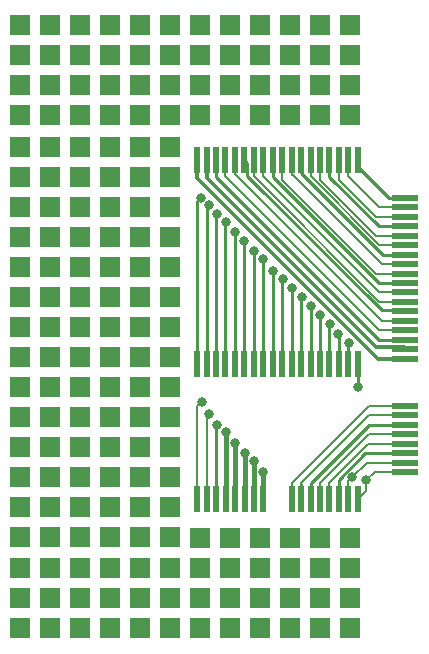
<source format=gtl>
%TF.GenerationSoftware,KiCad,Pcbnew,8.0.4*%
%TF.CreationDate,2025-01-31T11:06:39+01:00*%
%TF.ProjectId,uconsole-expansion-card-template.kicad_pcb_2.54,75636f6e-736f-46c6-952d-657870616e73,0.1*%
%TF.SameCoordinates,Original*%
%TF.FileFunction,Copper,L1,Top*%
%TF.FilePolarity,Positive*%
%FSLAX46Y46*%
G04 Gerber Fmt 4.6, Leading zero omitted, Abs format (unit mm)*
G04 Created by KiCad (PCBNEW 8.0.4) date 2025-01-31 11:06:39*
%MOMM*%
%LPD*%
G01*
G04 APERTURE LIST*
%TA.AperFunction,ComponentPad*%
%ADD10R,1.700000X1.700000*%
%TD*%
%TA.AperFunction,ConnectorPad*%
%ADD11R,0.600000X2.300000*%
%TD*%
%TA.AperFunction,ConnectorPad*%
%ADD12R,2.300000X0.600000*%
%TD*%
%TA.AperFunction,ViaPad*%
%ADD13C,0.800000*%
%TD*%
%TA.AperFunction,Conductor*%
%ADD14C,0.200000*%
%TD*%
%TA.AperFunction,Conductor*%
%ADD15C,0.420000*%
%TD*%
%TA.AperFunction,Conductor*%
%ADD16C,0.250000*%
%TD*%
%TA.AperFunction,Conductor*%
%ADD17C,0.300000*%
%TD*%
G04 APERTURE END LIST*
D10*
%TO.P,111,1*%
%TO.N,N/C*%
X94031000Y-125019000D03*
%TD*%
%TO.P,63,1*%
%TO.N,N/C*%
X91491000Y-109652000D03*
%TD*%
%TO.P,83,1*%
%TO.N,N/C*%
X96571000Y-117272000D03*
%TD*%
D11*
%TO.P,,21,GND*%
%TO.N,GND*%
X100446000Y-85395000D03*
%TD*%
%TO.P,,41,CAM1_DP1*%
%TO.N,/CAM1_DP1*%
X108446000Y-85395000D03*
%TD*%
D10*
%TO.P,117,1*%
%TO.N,N/C*%
X109271000Y-125019000D03*
%TD*%
D11*
%TO.P,,27,GND*%
%TO.N,GND*%
X102846000Y-85395000D03*
%TD*%
D10*
%TO.P,119,1*%
%TO.N,N/C*%
X83871000Y-81585000D03*
%TD*%
%TO.P,85,1*%
%TO.N,N/C*%
X88951000Y-73965000D03*
%TD*%
D11*
%TO.P,,47,CAM1_DP0*%
%TO.N,/CAM1_DP0*%
X110846000Y-85395000D03*
%TD*%
D10*
%TO.P,70,1*%
%TO.N,N/C*%
X94031000Y-112192000D03*
%TD*%
%TO.P,101,1*%
%TO.N,N/C*%
X99111000Y-76505000D03*
%TD*%
%TO.P,25,1*%
%TO.N,N/C*%
X86411000Y-94412000D03*
%TD*%
%TO.P,74,1*%
%TO.N,N/C*%
X88951000Y-114732000D03*
%TD*%
%TO.P,29,1*%
%TO.N,N/C*%
X96571000Y-94412000D03*
%TD*%
%TO.P,96,1*%
%TO.N,N/C*%
X86411000Y-122479000D03*
%TD*%
%TO.P,116,1*%
%TO.N,N/C*%
X106731000Y-125019000D03*
%TD*%
%TO.P,101,1*%
%TO.N,N/C*%
X99111000Y-122479000D03*
%TD*%
%TO.P,69,1*%
%TO.N,N/C*%
X91491000Y-112192000D03*
%TD*%
%TO.P,81,1*%
%TO.N,N/C*%
X91491000Y-117272000D03*
%TD*%
%TO.P,91,1*%
%TO.N,N/C*%
X104191000Y-119939000D03*
%TD*%
%TO.P,111,1*%
%TO.N,N/C*%
X94031000Y-79045000D03*
%TD*%
%TO.P,93,1*%
%TO.N,N/C*%
X109271000Y-73965000D03*
%TD*%
%TO.P,39,1*%
%TO.N,N/C*%
X91491000Y-99492000D03*
%TD*%
%TO.P,3,1*%
%TO.N,N/C*%
X91491000Y-84252000D03*
%TD*%
%TO.P,23,1*%
%TO.N,N/C*%
X96571000Y-91872000D03*
%TD*%
%TO.P,122,1*%
%TO.N,N/C*%
X106731000Y-117399000D03*
%TD*%
%TO.P,95,1*%
%TO.N,N/C*%
X83871000Y-122479000D03*
%TD*%
%TO.P,5,1*%
%TO.N,N/C*%
X83871000Y-73965000D03*
%TD*%
%TO.P,114,1*%
%TO.N,N/C*%
X101651000Y-125019000D03*
%TD*%
%TO.P,13,1*%
%TO.N,N/C*%
X86411000Y-89332000D03*
%TD*%
%TO.P,100,1*%
%TO.N,N/C*%
X96571000Y-122479000D03*
%TD*%
D11*
%TO.P,,7,USB3_DP*%
%TO.N,/USB3_D+*%
X110033000Y-114097000D03*
%TD*%
D10*
%TO.P,30,1*%
%TO.N,N/C*%
X83871000Y-96952000D03*
%TD*%
D11*
%TO.P,,15,USB4_DM*%
%TO.N,/USB4_D-*%
X106846000Y-114097000D03*
%TD*%
%TO.P,,45,GND*%
%TO.N,GND*%
X110046000Y-85395000D03*
%TD*%
D10*
%TO.P,20,1*%
%TO.N,N/C*%
X88951000Y-91872000D03*
%TD*%
D11*
%TO.P,,25,CAM1_DN3*%
%TO.N,/CAM1_DN3*%
X102032000Y-85395000D03*
%TD*%
D10*
%TO.P,52,1*%
%TO.N,N/C*%
X94031000Y-104572000D03*
%TD*%
%TO.P,108,1*%
%TO.N,N/C*%
X86411000Y-125019000D03*
%TD*%
%TO.P,128,1*%
%TO.N,N/C*%
X106731000Y-81585000D03*
%TD*%
D11*
%TO.P,,11,GND*%
%TO.N,GND*%
X108446000Y-114097000D03*
%TD*%
D10*
%TO.P,109,1*%
%TO.N,N/C*%
X88951000Y-125019000D03*
%TD*%
%TO.P,68,1*%
%TO.N,N/C*%
X88951000Y-112192000D03*
%TD*%
%TO.P,113,1*%
%TO.N,N/C*%
X99111000Y-79045000D03*
%TD*%
%TO.P,36,1*%
%TO.N,N/C*%
X83871000Y-99492000D03*
%TD*%
%TO.P,11,1*%
%TO.N,N/C*%
X96571000Y-86792000D03*
%TD*%
D11*
%TO.P,,33,GND*%
%TO.N,GND*%
X105246000Y-85395000D03*
%TD*%
D10*
%TO.P,112,1*%
%TO.N,N/C*%
X96571000Y-79045000D03*
%TD*%
%TO.P,99,1*%
%TO.N,N/C*%
X94031000Y-122479000D03*
%TD*%
%TO.P,86,1*%
%TO.N,N/C*%
X91491000Y-119939000D03*
%TD*%
%TO.P,79,1*%
%TO.N,N/C*%
X86411000Y-117272000D03*
%TD*%
%TO.P,82,1*%
%TO.N,N/C*%
X94031000Y-117272000D03*
%TD*%
%TO.P,107,1*%
%TO.N,N/C*%
X83871000Y-125019000D03*
%TD*%
%TO.P,,1*%
%TO.N,N/C*%
X83871000Y-84252000D03*
%TD*%
%TO.P,28,1*%
%TO.N,N/C*%
X94031000Y-94412000D03*
%TD*%
%TO.P,99,1*%
%TO.N,N/C*%
X94031000Y-76505000D03*
%TD*%
D11*
%TO.P,,1,SPK_LP*%
%TO.N,/SPEAKER_LP*%
X112446000Y-114097000D03*
%TD*%
D10*
%TO.P,112,1*%
%TO.N,N/C*%
X96571000Y-125019000D03*
%TD*%
%TO.P,87,1*%
%TO.N,N/C*%
X94031000Y-73965000D03*
%TD*%
%TO.P,98,1*%
%TO.N,N/C*%
X91491000Y-76505000D03*
%TD*%
%TO.P,110,1*%
%TO.N,N/C*%
X91491000Y-125019000D03*
%TD*%
%TO.P,118,1*%
%TO.N,N/C*%
X111811000Y-125019000D03*
%TD*%
%TO.P,54,1*%
%TO.N,N/C*%
X83871000Y-107112000D03*
%TD*%
%TO.P,55,1*%
%TO.N,N/C*%
X86411000Y-107112000D03*
%TD*%
%TO.P,109,1*%
%TO.N,N/C*%
X88951000Y-79045000D03*
%TD*%
%TO.P,58,1*%
%TO.N,N/C*%
X94031000Y-107112000D03*
%TD*%
%TO.P,87,1*%
%TO.N,N/C*%
X94031000Y-119939000D03*
%TD*%
%TO.P,76,1*%
%TO.N,N/C*%
X94031000Y-114732000D03*
%TD*%
%TO.P,21,1*%
%TO.N,N/C*%
X91491000Y-91872000D03*
%TD*%
%TO.P,65,1*%
%TO.N,N/C*%
X96571000Y-109652000D03*
%TD*%
%TO.P,78,1*%
%TO.N,N/C*%
X83871000Y-117272000D03*
%TD*%
%TO.P,115,1*%
%TO.N,N/C*%
X104191000Y-125019000D03*
%TD*%
%TO.P,35,1*%
%TO.N,N/C*%
X96571000Y-96952000D03*
%TD*%
D11*
%TO.P,,29,CAM1_DP2*%
%TO.N,/CAM1_DP2*%
X103646000Y-85395000D03*
%TD*%
D10*
%TO.P,90,1*%
%TO.N,N/C*%
X101651000Y-73965000D03*
%TD*%
%TO.P,26,1*%
%TO.N,N/C*%
X88951000Y-94412000D03*
%TD*%
%TO.P,43,1*%
%TO.N,N/C*%
X86411000Y-102032000D03*
%TD*%
%TO.P,71,1*%
%TO.N,N/C*%
X96571000Y-112192000D03*
%TD*%
%TO.P,124,1*%
%TO.N,N/C*%
X111811000Y-117399000D03*
%TD*%
D11*
%TO.P,,35,CAM1_CP*%
%TO.N,/CAM1_CP*%
X106046000Y-85395000D03*
%TD*%
D10*
%TO.P,93,1*%
%TO.N,N/C*%
X109271000Y-119939000D03*
%TD*%
%TO.P,44,1*%
%TO.N,N/C*%
X88951000Y-102032000D03*
%TD*%
%TO.P,120,1*%
%TO.N,N/C*%
X101651000Y-117399000D03*
%TD*%
%TO.P,80,1*%
%TO.N,N/C*%
X88951000Y-117272000D03*
%TD*%
%TO.P,84,1*%
%TO.N,N/C*%
X86411000Y-73965000D03*
%TD*%
%TO.P,94,1*%
%TO.N,N/C*%
X111811000Y-73965000D03*
%TD*%
D11*
%TO.P,,9,USB3_DM*%
%TO.N,/USB3_D-*%
X109246000Y-114097000D03*
%TD*%
D10*
%TO.P,96,1*%
%TO.N,N/C*%
X86411000Y-76505000D03*
%TD*%
%TO.P,119,1*%
%TO.N,N/C*%
X99111000Y-117399000D03*
%TD*%
%TO.P,57,1*%
%TO.N,N/C*%
X91491000Y-107112000D03*
%TD*%
%TO.P,14,1*%
%TO.N,N/C*%
X88951000Y-89332000D03*
%TD*%
%TO.P,97,1*%
%TO.N,N/C*%
X88951000Y-76505000D03*
%TD*%
%TO.P,97,1*%
%TO.N,N/C*%
X88951000Y-122479000D03*
%TD*%
%TO.P,84,1*%
%TO.N,N/C*%
X86411000Y-119939000D03*
%TD*%
%TO.P,94,1*%
%TO.N,N/C*%
X111811000Y-119939000D03*
%TD*%
%TO.P,108,1*%
%TO.N,N/C*%
X86411000Y-79045000D03*
%TD*%
%TO.P,53,1*%
%TO.N,N/C*%
X96571000Y-104572000D03*
%TD*%
%TO.P,59,1*%
%TO.N,N/C*%
X96571000Y-107112000D03*
%TD*%
%TO.P,12,1*%
%TO.N,N/C*%
X83871000Y-89332000D03*
%TD*%
%TO.P,1,1*%
%TO.N,N/C*%
X86411000Y-84252000D03*
%TD*%
%TO.P,115,1*%
%TO.N,N/C*%
X104191000Y-79045000D03*
%TD*%
%TO.P,17,1*%
%TO.N,N/C*%
X96571000Y-89332000D03*
%TD*%
%TO.P,127,1*%
%TO.N,N/C*%
X104191000Y-81585000D03*
%TD*%
%TO.P,50,1*%
%TO.N,N/C*%
X88951000Y-104572000D03*
%TD*%
%TO.P,60,1*%
%TO.N,N/C*%
X83871000Y-109652000D03*
%TD*%
%TO.P,9,1*%
%TO.N,N/C*%
X91491000Y-86792000D03*
%TD*%
D11*
%TO.P,,49,CAM1_DN0*%
%TO.N,/CAM1_DN0*%
X111646000Y-85395000D03*
%TD*%
D10*
%TO.P,125,1*%
%TO.N,N/C*%
X99111000Y-81585000D03*
%TD*%
D11*
%TO.P,,13,USB4_DP*%
%TO.N,/USB4_D+*%
X107646000Y-114097000D03*
%TD*%
D10*
%TO.P,31,1*%
%TO.N,N/C*%
X86411000Y-96952000D03*
%TD*%
%TO.P,16,1*%
%TO.N,N/C*%
X94031000Y-89332000D03*
%TD*%
%TO.P,110,1*%
%TO.N,N/C*%
X91491000Y-79045000D03*
%TD*%
%TO.P,121,1*%
%TO.N,N/C*%
X104191000Y-117399000D03*
%TD*%
D11*
%TO.P,,17,3V3*%
%TO.N,+3V3*%
X98846000Y-85395000D03*
%TD*%
D10*
%TO.P,15,1*%
%TO.N,N/C*%
X91491000Y-89332000D03*
%TD*%
%TO.P,103,1*%
%TO.N,N/C*%
X104191000Y-76505000D03*
%TD*%
%TO.P,77,1*%
%TO.N,N/C*%
X96571000Y-114732000D03*
%TD*%
D11*
%TO.P,,5,GND*%
%TO.N,GND*%
X110846000Y-114097000D03*
%TD*%
%TO.P,,51,GND*%
%TO.N,GND*%
X112446000Y-85395000D03*
%TD*%
D10*
%TO.P,5,1*%
%TO.N,N/C*%
X83871000Y-119939000D03*
%TD*%
D11*
%TO.P,,43,CAM1_DN1*%
%TO.N,/CAM1_DN1*%
X109246000Y-85395000D03*
%TD*%
%TO.P,,39,GND*%
%TO.N,GND*%
X107646000Y-85395000D03*
%TD*%
D10*
%TO.P,41,1*%
%TO.N,N/C*%
X96571000Y-99492000D03*
%TD*%
%TO.P,105,1*%
%TO.N,N/C*%
X109271000Y-122479000D03*
%TD*%
%TO.P,120,1*%
%TO.N,N/C*%
X86411000Y-81585000D03*
%TD*%
%TO.P,61,1*%
%TO.N,N/C*%
X86411000Y-109652000D03*
%TD*%
%TO.P,104,1*%
%TO.N,N/C*%
X106731000Y-122479000D03*
%TD*%
%TO.P,89,1*%
%TO.N,N/C*%
X99111000Y-73965000D03*
%TD*%
%TO.P,7,1*%
%TO.N,N/C*%
X86411000Y-86792000D03*
%TD*%
%TO.P,113,1*%
%TO.N,N/C*%
X99111000Y-125019000D03*
%TD*%
D12*
%TO.P,U1,1,SPK_LP*%
%TO.N,/SPEAKER_LP*%
X116485000Y-111780000D03*
%TO.P,U1,3,SPK_LN*%
%TO.N,/SPEAKER_LN*%
X116485000Y-110980000D03*
%TO.P,U1,5,GND*%
%TO.N,GND*%
X116485000Y-110180000D03*
%TO.P,U1,7,USB3_DP*%
%TO.N,/USB3_D+*%
X116485000Y-109380000D03*
%TO.P,U1,9,USB3_DM*%
%TO.N,/USB3_D-*%
X116485000Y-108580000D03*
%TO.P,U1,11,GND*%
%TO.N,GND*%
X116485000Y-107780000D03*
%TO.P,U1,13,USB4_DP*%
%TO.N,/USB4_D+*%
X116485000Y-106980000D03*
%TO.P,U1,15,USB4_DM*%
%TO.N,/USB4_D-*%
X116485000Y-106180000D03*
%TO.P,U1,17,3V3*%
%TO.N,+3V3*%
X116485000Y-102180000D03*
%TO.P,U1,19,3V3*%
X116485000Y-101380000D03*
%TO.P,U1,21,GND*%
%TO.N,GND*%
X116485000Y-100580000D03*
%TO.P,U1,23,CAM1_DP3*%
%TO.N,/CAM1_DP3*%
X116485000Y-99780000D03*
%TO.P,U1,25,CAM1_DN3*%
%TO.N,/CAM1_DN3*%
X116485000Y-98980000D03*
%TO.P,U1,27,GND*%
%TO.N,GND*%
X116485000Y-98180000D03*
%TO.P,U1,29,CAM1_DP2*%
%TO.N,/CAM1_DP2*%
X116485000Y-97380000D03*
%TO.P,U1,31,CAM1_DN2*%
%TO.N,/CAM1_DN2*%
X116485000Y-96580000D03*
%TO.P,U1,33,GND*%
%TO.N,GND*%
X116485000Y-95780000D03*
%TO.P,U1,35,CAM1_CP*%
%TO.N,/CAM1_CP*%
X116485000Y-94980000D03*
%TO.P,U1,37,CAM1_CN*%
%TO.N,/CAM1_CN*%
X116485000Y-94180000D03*
%TO.P,U1,39,GND*%
%TO.N,GND*%
X116485000Y-93380000D03*
%TO.P,U1,41,CAM1_DP1*%
%TO.N,/CAM1_DP1*%
X116485000Y-92580000D03*
%TO.P,U1,43,CAM1_DN1*%
%TO.N,/CAM1_DN1*%
X116485000Y-91780000D03*
%TO.P,U1,45,GND*%
%TO.N,GND*%
X116485000Y-90980000D03*
%TO.P,U1,47,CAM1_DP0*%
%TO.N,/CAM1_DP0*%
X116485000Y-90180000D03*
%TO.P,U1,49,CAM1_DN0*%
%TO.N,/CAM1_DN0*%
X116485000Y-89380000D03*
%TO.P,U1,51,GND*%
%TO.N,GND*%
X116485000Y-88580000D03*
%TD*%
D10*
%TO.P,85,1*%
%TO.N,N/C*%
X88951000Y-119939000D03*
%TD*%
%TO.P,103,1*%
%TO.N,N/C*%
X104191000Y-122479000D03*
%TD*%
%TO.P,34,1*%
%TO.N,N/C*%
X94031000Y-96952000D03*
%TD*%
%TO.P,104,1*%
%TO.N,N/C*%
X106731000Y-76505000D03*
%TD*%
%TO.P,124,1*%
%TO.N,N/C*%
X96571000Y-81585000D03*
%TD*%
%TO.P,49,1*%
%TO.N,N/C*%
X86411000Y-104572000D03*
%TD*%
D11*
%TO.P,,31,CAM1_DN2*%
%TO.N,/CAM1_DN2*%
X104446000Y-85395000D03*
%TD*%
D10*
%TO.P,106,1*%
%TO.N,N/C*%
X111811000Y-76505000D03*
%TD*%
%TO.P,88,1*%
%TO.N,N/C*%
X96571000Y-73965000D03*
%TD*%
%TO.P,32,1*%
%TO.N,N/C*%
X88951000Y-96952000D03*
%TD*%
%TO.P,46,1*%
%TO.N,N/C*%
X94031000Y-102032000D03*
%TD*%
%TO.P,105,1*%
%TO.N,N/C*%
X109271000Y-76505000D03*
%TD*%
%TO.P,130,1*%
%TO.N,N/C*%
X111811000Y-81585000D03*
%TD*%
%TO.P,118,1*%
%TO.N,N/C*%
X111811000Y-79045000D03*
%TD*%
%TO.P,22,1*%
%TO.N,N/C*%
X94031000Y-91872000D03*
%TD*%
%TO.P,107,1*%
%TO.N,N/C*%
X83871000Y-79045000D03*
%TD*%
%TO.P,66,1*%
%TO.N,N/C*%
X83871000Y-112192000D03*
%TD*%
%TO.P,4,1*%
%TO.N,N/C*%
X94031000Y-84252000D03*
%TD*%
%TO.P,27,1*%
%TO.N,N/C*%
X91491000Y-94412000D03*
%TD*%
%TO.P,37,1*%
%TO.N,N/C*%
X86411000Y-99492000D03*
%TD*%
%TO.P,88,1*%
%TO.N,N/C*%
X96571000Y-119939000D03*
%TD*%
%TO.P,122,1*%
%TO.N,N/C*%
X91491000Y-81585000D03*
%TD*%
%TO.P,91,1*%
%TO.N,N/C*%
X104191000Y-73965000D03*
%TD*%
%TO.P,42,1*%
%TO.N,N/C*%
X83871000Y-102032000D03*
%TD*%
%TO.P,126,1*%
%TO.N,N/C*%
X101651000Y-81585000D03*
%TD*%
%TO.P,95,1*%
%TO.N,N/C*%
X83871000Y-76505000D03*
%TD*%
%TO.P,106,1*%
%TO.N,N/C*%
X111811000Y-122479000D03*
%TD*%
D11*
%TO.P,,3,SPK_LN*%
%TO.N,/SPEAKER_LN*%
X111646000Y-114097000D03*
%TD*%
D10*
%TO.P,47,1*%
%TO.N,N/C*%
X96571000Y-102032000D03*
%TD*%
%TO.P,38,1*%
%TO.N,N/C*%
X88951000Y-99492000D03*
%TD*%
%TO.P,90,1*%
%TO.N,N/C*%
X101651000Y-119939000D03*
%TD*%
%TO.P,67,1*%
%TO.N,N/C*%
X86411000Y-112192000D03*
%TD*%
%TO.P,48,1*%
%TO.N,N/C*%
X83871000Y-104572000D03*
%TD*%
%TO.P,86,1*%
%TO.N,N/C*%
X91491000Y-73965000D03*
%TD*%
%TO.P,10,1*%
%TO.N,N/C*%
X94031000Y-86792000D03*
%TD*%
%TO.P,5,1*%
%TO.N,N/C*%
X96571000Y-84252000D03*
%TD*%
%TO.P,33,1*%
%TO.N,N/C*%
X91491000Y-96952000D03*
%TD*%
%TO.P,92,1*%
%TO.N,N/C*%
X106731000Y-73965000D03*
%TD*%
%TO.P,18,1*%
%TO.N,N/C*%
X83871000Y-91872000D03*
%TD*%
%TO.P,24,1*%
%TO.N,N/C*%
X83871000Y-94412000D03*
%TD*%
%TO.P,123,1*%
%TO.N,N/C*%
X94031000Y-81585000D03*
%TD*%
%TO.P,98,1*%
%TO.N,N/C*%
X91491000Y-122479000D03*
%TD*%
%TO.P,56,1*%
%TO.N,N/C*%
X88951000Y-107112000D03*
%TD*%
%TO.P,117,1*%
%TO.N,N/C*%
X109271000Y-79045000D03*
%TD*%
%TO.P,19,1*%
%TO.N,N/C*%
X86411000Y-91872000D03*
%TD*%
D11*
%TO.P,,23,CAM1_DP3*%
%TO.N,/CAM1_DP3*%
X101246000Y-85395000D03*
%TD*%
D10*
%TO.P,8,1*%
%TO.N,N/C*%
X88951000Y-86792000D03*
%TD*%
D11*
%TO.P,,19,3V3*%
%TO.N,+3V3*%
X99646000Y-85395000D03*
%TD*%
D10*
%TO.P,100,1*%
%TO.N,N/C*%
X96571000Y-76505000D03*
%TD*%
%TO.P,72,1*%
%TO.N,N/C*%
X83871000Y-114732000D03*
%TD*%
D11*
%TO.P,,37,CAM1_CN*%
%TO.N,/CAM1_CN*%
X106846000Y-85395000D03*
%TD*%
D10*
%TO.P,92,1*%
%TO.N,N/C*%
X106731000Y-119939000D03*
%TD*%
%TO.P,114,1*%
%TO.N,N/C*%
X101651000Y-79045000D03*
%TD*%
%TO.P,45,1*%
%TO.N,N/C*%
X91491000Y-102032000D03*
%TD*%
%TO.P,129,1*%
%TO.N,N/C*%
X109271000Y-81585000D03*
%TD*%
%TO.P,102,1*%
%TO.N,N/C*%
X101651000Y-122479000D03*
%TD*%
%TO.P,51,1*%
%TO.N,N/C*%
X91491000Y-104572000D03*
%TD*%
%TO.P,116,1*%
%TO.N,N/C*%
X106731000Y-79045000D03*
%TD*%
%TO.P,102,1*%
%TO.N,N/C*%
X101651000Y-76505000D03*
%TD*%
%TO.P,6,1*%
%TO.N,N/C*%
X83871000Y-86792000D03*
%TD*%
%TO.P,40,1*%
%TO.N,N/C*%
X94031000Y-99492000D03*
%TD*%
%TO.P,89,1*%
%TO.N,N/C*%
X99111000Y-119939000D03*
%TD*%
%TO.P,75,1*%
%TO.N,N/C*%
X91491000Y-114732000D03*
%TD*%
%TO.P,123,1*%
%TO.N,N/C*%
X109271000Y-117399000D03*
%TD*%
%TO.P,121,1*%
%TO.N,N/C*%
X88951000Y-81585000D03*
%TD*%
%TO.P,62,1*%
%TO.N,N/C*%
X88951000Y-109652000D03*
%TD*%
%TO.P,2,1*%
%TO.N,N/C*%
X88951000Y-84252000D03*
%TD*%
%TO.P,73,1*%
%TO.N,N/C*%
X86411000Y-114732000D03*
%TD*%
%TO.P,64,1*%
%TO.N,N/C*%
X94031000Y-109652000D03*
%TD*%
D11*
%TO.P,,50,GPIO44*%
%TO.N,/GPIO44*%
X99646000Y-102667000D03*
%TD*%
%TO.P,,48,GPIO43*%
%TO.N,/GPIO43*%
X100446000Y-102667000D03*
%TD*%
%TO.P,,28,GPIO33*%
%TO.N,/GPIO33*%
X108446000Y-102667000D03*
%TD*%
%TO.P,,24,GPIO31*%
%TO.N,/GPIO31*%
X110046000Y-102667000D03*
%TD*%
%TO.P,,38,GPIO38*%
%TO.N,/GPIO38*%
X104446000Y-102667000D03*
%TD*%
%TO.P,,2,5V*%
%TO.N,+5V*%
X104457000Y-114100000D03*
%TD*%
%TO.P,,34,GPIO36*%
%TO.N,/GPIO36*%
X106046000Y-102667000D03*
%TD*%
%TO.P,,18,GPIO28*%
%TO.N,/GPIO28*%
X112446000Y-102667000D03*
%TD*%
%TO.P,,6,5V*%
%TO.N,+5V*%
X102857000Y-114100000D03*
%TD*%
%TO.P,,30,GPIO34*%
%TO.N,/GPIO34*%
X107646000Y-102667000D03*
%TD*%
%TO.P,,8,5V*%
%TO.N,+5V*%
X102057000Y-114100000D03*
%TD*%
%TO.P,,14,SPK_RP*%
%TO.N,/SPEAKER_RP*%
X99657000Y-114100000D03*
%TD*%
%TO.P,,36,GPIO37*%
%TO.N,/GPIO37*%
X105246000Y-102667000D03*
%TD*%
%TO.P,,32,GPIO35*%
%TO.N,/GPIO35*%
X106846000Y-102667000D03*
%TD*%
%TO.P,,22,GPIO30*%
%TO.N,/GPIO30*%
X110846000Y-102667000D03*
%TD*%
%TO.P,,40,GPIO39*%
%TO.N,/GPIO39*%
X103646000Y-102667000D03*
%TD*%
%TO.P,,12,GND*%
%TO.N,GND*%
X100457000Y-114100000D03*
%TD*%
%TO.P,,46,GPIO42*%
%TO.N,/GPIO42*%
X101246000Y-102667000D03*
%TD*%
%TO.P,,42,GPIO40*%
%TO.N,/GPIO40*%
X102846000Y-102667000D03*
%TD*%
%TO.P,,44,GPIO41*%
%TO.N,/GPIO41*%
X102046000Y-102667000D03*
%TD*%
%TO.P,GPIO45,52,GPIO45*%
%TO.N,/GPIO45*%
X98846000Y-102667000D03*
%TD*%
%TO.P,,16,SPK_RN*%
%TO.N,/SPEAKER_RN*%
X98857000Y-114100000D03*
%TD*%
%TO.P,,20,GPIO29*%
%TO.N,/GPIO29*%
X111646000Y-102667000D03*
%TD*%
%TO.P,,4,5V*%
%TO.N,+5V*%
X103657000Y-114100000D03*
%TD*%
%TO.P,,26,GPIO32*%
%TO.N,/GPIO32*%
X109246000Y-102667000D03*
%TD*%
%TO.P,,10,5V*%
%TO.N,+5V*%
X101257000Y-114100000D03*
%TD*%
D13*
%TO.N,/SPEAKER_LP*%
X113159620Y-112494380D03*
%TO.N,/SPEAKER_LN*%
X111981963Y-112235963D03*
%TO.N,+5V*%
X103656998Y-110820998D03*
X104457002Y-111746999D03*
X102857001Y-110148001D03*
X102056996Y-109348002D03*
X101261157Y-108424901D03*
%TO.N,GND*%
X100568601Y-107774616D03*
%TO.N,/GPIO28*%
X112446000Y-104572000D03*
%TO.N,/GPIO29*%
X111684000Y-100888990D03*
%TO.N,/GPIO30*%
X110795000Y-100127002D03*
%TO.N,/GPIO31*%
X110082749Y-99261501D03*
%TO.N,/GPIO32*%
X109270999Y-98475999D03*
%TO.N,/GPIO33*%
X108446400Y-97710197D03*
%TO.N,/GPIO34*%
X107705664Y-96999917D03*
%TO.N,/GPIO35*%
X106858000Y-96189998D03*
%TO.N,/GPIO36*%
X106096000Y-95428000D03*
%TO.N,/GPIO37*%
X105276442Y-94730658D03*
%TO.N,/GPIO38*%
X104445004Y-93777000D03*
%TO.N,/GPIO39*%
X103646247Y-93105247D03*
%TO.N,/GPIO40*%
X102794000Y-92253000D03*
%TO.N,/GPIO41*%
X102032000Y-91491000D03*
%TO.N,/GPIO42*%
X101270000Y-90602000D03*
%TO.N,/GPIO43*%
X100508000Y-89967000D03*
%TO.N,/GPIO44*%
X99876193Y-89175492D03*
%TO.N,/GPIO45*%
X99132000Y-88585000D03*
%TO.N,/SPEAKER_RN*%
X99238000Y-105842000D03*
%TO.N,/SPEAKER_RP*%
X99873000Y-106858000D03*
%TD*%
D14*
%TO.N,/SPEAKER_LP*%
X113159620Y-113383380D02*
X112446000Y-114097000D01*
X113874000Y-111780000D02*
X113159620Y-112494380D01*
X113159620Y-112494380D02*
X113159620Y-113383380D01*
X112446000Y-113081000D02*
X112446000Y-114312872D01*
X112446000Y-114097000D02*
X112446000Y-113208000D01*
X116485000Y-111780000D02*
X113874000Y-111780000D01*
%TO.N,/SPEAKER_LN*%
X111646000Y-112571926D02*
X111646000Y-114097000D01*
X116485000Y-110980000D02*
X113237926Y-110980000D01*
X113237926Y-110980000D02*
X111981963Y-112235963D01*
X111981963Y-112235963D02*
X111646000Y-112571926D01*
%TO.N,/CAM1_DP3*%
X116485000Y-99780000D02*
X114281000Y-99780000D01*
X101246000Y-86745000D02*
X101246000Y-85395000D01*
X114281000Y-99780000D02*
X101246000Y-86745000D01*
%TO.N,/CAM1_DN3*%
X102032000Y-85395000D02*
X102032000Y-86531000D01*
X114481000Y-98980000D02*
X116485000Y-98980000D01*
X102032000Y-86531000D02*
X114481000Y-98980000D01*
%TO.N,/CAM1_DN2*%
X104446000Y-86745000D02*
X104446000Y-85395000D01*
X114281000Y-96580000D02*
X104446000Y-86745000D01*
X116485000Y-96580000D02*
X114281000Y-96580000D01*
%TO.N,/CAM1_CP*%
X116485000Y-94980000D02*
X113981000Y-94980000D01*
X113981000Y-94980000D02*
X106046000Y-87045000D01*
X106046000Y-87045000D02*
X106046000Y-85395000D01*
%TO.N,/CAM1_CN*%
X116485000Y-94180000D02*
X114500000Y-94180000D01*
X106846000Y-86526000D02*
X106846000Y-85395000D01*
X114500000Y-94180000D02*
X106846000Y-86526000D01*
X106846000Y-86653000D02*
X106846000Y-85395000D01*
%TO.N,/CAM1_DP1*%
X108446000Y-86745000D02*
X108446000Y-85395000D01*
X116485000Y-92580000D02*
X114281000Y-92580000D01*
X114281000Y-92580000D02*
X108446000Y-86745000D01*
%TO.N,/CAM1_DN1*%
X113981000Y-91780000D02*
X109246000Y-87045000D01*
X116485000Y-91780000D02*
X113981000Y-91780000D01*
X109246000Y-87045000D02*
X109246000Y-85395000D01*
%TO.N,/CAM1_DP0*%
X116485000Y-90180000D02*
X113981000Y-90180000D01*
X113981000Y-90180000D02*
X110846000Y-87045000D01*
X110846000Y-87045000D02*
X110846000Y-85395000D01*
%TO.N,/CAM1_DN0*%
X111646000Y-86754000D02*
X111646000Y-85395000D01*
X116485000Y-89380000D02*
X114281000Y-89380000D01*
X114281000Y-89380000D02*
X111646000Y-86745000D01*
X111646000Y-86745000D02*
X111646000Y-85395000D01*
D15*
%TO.N,+5V*%
X101257000Y-114224000D02*
X101257000Y-108429058D01*
X102857000Y-114224000D02*
X102857000Y-110148002D01*
X103657000Y-110821000D02*
X103656998Y-110820998D01*
X104457000Y-111747001D02*
X104457002Y-111746999D01*
X104457000Y-114224000D02*
X104457000Y-111747001D01*
X102857000Y-110148002D02*
X102857001Y-110148001D01*
X103657000Y-114224000D02*
X103657000Y-110821000D01*
X101257000Y-108429058D02*
X101261157Y-108424901D01*
X102057000Y-114224000D02*
X102057000Y-109348006D01*
X102057000Y-109348006D02*
X102056996Y-109348002D01*
D16*
%TO.N,GND*%
X116485000Y-100580000D02*
X114231000Y-100580000D01*
X110046000Y-86795000D02*
X110046000Y-85395000D01*
X113363000Y-107780000D02*
X108446000Y-112697000D01*
X114231000Y-90980000D02*
X110046000Y-86795000D01*
X112446000Y-85941000D02*
X112446000Y-85395000D01*
X103071000Y-85620000D02*
X102846000Y-85395000D01*
X108446000Y-112697000D02*
X108446000Y-114097000D01*
X114465670Y-98095000D02*
X103071000Y-86700330D01*
X114550670Y-93380000D02*
X107646000Y-86475330D01*
X116485000Y-90980000D02*
X114231000Y-90980000D01*
X114231000Y-95780000D02*
X105246000Y-86795000D01*
X113083330Y-110180000D02*
X110846000Y-112417330D01*
X100446000Y-86795000D02*
X100446000Y-85395000D01*
X116485000Y-110180000D02*
X113083330Y-110180000D01*
X115085000Y-88580000D02*
X112446000Y-85941000D01*
X110846000Y-112417330D02*
X110846000Y-114097000D01*
X116485000Y-107780000D02*
X113363000Y-107780000D01*
X114231000Y-100580000D02*
X100446000Y-86795000D01*
X116485000Y-95780000D02*
X114231000Y-95780000D01*
X116485000Y-93380000D02*
X114550670Y-93380000D01*
X116485000Y-98180000D02*
X116400000Y-98095000D01*
X100457000Y-107886217D02*
X100568601Y-107774616D01*
X116485000Y-88580000D02*
X115085000Y-88580000D01*
X105246000Y-86795000D02*
X105246000Y-85395000D01*
X100457000Y-114224000D02*
X100457000Y-107886217D01*
X116400000Y-98095000D02*
X114465670Y-98095000D01*
X107646000Y-86475330D02*
X107646000Y-85395000D01*
X103071000Y-86700330D02*
X103071000Y-85620000D01*
D17*
%TO.N,+3V3*%
X98846000Y-86908000D02*
X98846000Y-85395000D01*
X99646000Y-86845000D02*
X99646000Y-85395000D01*
X114018000Y-101217000D02*
X108496000Y-95695000D01*
X116322000Y-101217000D02*
X114018000Y-101217000D01*
X116485000Y-102180000D02*
X114118000Y-102180000D01*
X108496000Y-95695000D02*
X99646000Y-86845000D01*
X114118000Y-102180000D02*
X98846000Y-86908000D01*
X116485000Y-101380000D02*
X116322000Y-101217000D01*
D16*
%TO.N,/GPIO28*%
X112446000Y-102667000D02*
X112446000Y-104572000D01*
%TO.N,/GPIO29*%
X111646000Y-102667000D02*
X111646000Y-100926990D01*
X111646000Y-100926990D02*
X111684000Y-100888990D01*
%TO.N,/GPIO30*%
X110846000Y-100178002D02*
X110795000Y-100127002D01*
X110846000Y-102667000D02*
X110846000Y-100178002D01*
%TO.N,/GPIO31*%
X110046000Y-102667000D02*
X110046000Y-99298250D01*
X110046000Y-99298250D02*
X110082749Y-99261501D01*
%TO.N,/GPIO32*%
X109246000Y-102667000D02*
X109246000Y-98500998D01*
X109246000Y-98500998D02*
X109270999Y-98475999D01*
%TO.N,/GPIO33*%
X108446000Y-97710597D02*
X108446400Y-97710197D01*
X108446000Y-102667000D02*
X108446000Y-97710597D01*
%TO.N,/GPIO34*%
X107646000Y-102667000D02*
X107646000Y-97059581D01*
X107646000Y-97059581D02*
X107705664Y-96999917D01*
%TO.N,/GPIO35*%
X106846000Y-102667000D02*
X106846000Y-96201998D01*
X106846000Y-96201998D02*
X106858000Y-96189998D01*
%TO.N,/GPIO36*%
X106046000Y-102667000D02*
X106046000Y-95478000D01*
X106046000Y-95478000D02*
X106096000Y-95428000D01*
%TO.N,/GPIO37*%
X105246000Y-102667000D02*
X105246000Y-94761100D01*
X105246000Y-94761100D02*
X105276442Y-94730658D01*
%TO.N,/GPIO38*%
X104446000Y-93777996D02*
X104445004Y-93777000D01*
X104446000Y-102667000D02*
X104446000Y-93777996D01*
%TO.N,/GPIO39*%
X103646000Y-93105494D02*
X103646247Y-93105247D01*
X103646000Y-102667000D02*
X103646000Y-93105494D01*
%TO.N,/GPIO40*%
X102846000Y-102667000D02*
X102846000Y-92305000D01*
X102846000Y-92305000D02*
X102794000Y-92253000D01*
%TO.N,/GPIO41*%
X102046000Y-91505000D02*
X102032000Y-91491000D01*
X102046000Y-102667000D02*
X102046000Y-91505000D01*
%TO.N,/GPIO42*%
X101246000Y-102667000D02*
X101246000Y-90626000D01*
X101246000Y-90626000D02*
X101270000Y-90602000D01*
%TO.N,/GPIO43*%
X100446000Y-102667000D02*
X100446000Y-90029000D01*
X100446000Y-90029000D02*
X100508000Y-89967000D01*
%TO.N,/GPIO44*%
X99646000Y-89405685D02*
X99876193Y-89175492D01*
X99646000Y-102667000D02*
X99646000Y-89405685D01*
%TO.N,/GPIO45*%
X98846000Y-102667000D02*
X98846000Y-88871000D01*
X98846000Y-88871000D02*
X99132000Y-88585000D01*
D14*
%TO.N,/USB4_D+*%
X107683500Y-112763500D02*
X107646000Y-112801000D01*
X107683500Y-112763500D02*
X107683500Y-114059500D01*
X113413000Y-106980000D02*
X107646000Y-112747000D01*
X107646000Y-114097000D02*
X107646000Y-112801000D01*
%TO.N,/USB3_D-*%
X109283500Y-114059500D02*
X109246000Y-114097000D01*
%TO.N,/USB4_D+*%
X107646000Y-112747000D02*
X107646000Y-114097000D01*
X116485000Y-106980000D02*
X113413000Y-106980000D01*
%TO.N,/USB4_D-*%
X116485000Y-106180000D02*
X113413000Y-106180000D01*
X106846000Y-112747000D02*
X106846000Y-114097000D01*
X113413000Y-106180000D02*
X106846000Y-112747000D01*
%TO.N,/USB3_D-*%
X109246000Y-112747000D02*
X109246000Y-114097000D01*
X113413000Y-108580000D02*
X109246000Y-112747000D01*
X116485000Y-108580000D02*
X113413000Y-108580000D01*
%TO.N,/SPEAKER_RN*%
X99238000Y-105842000D02*
X98857000Y-106223000D01*
X98857000Y-106223000D02*
X98857000Y-114224000D01*
%TO.N,/CAM1_DP2*%
X103646000Y-86745000D02*
X103646000Y-85395000D01*
X116485000Y-97380000D02*
X114281000Y-97380000D01*
X114281000Y-97380000D02*
X103646000Y-86745000D01*
%TO.N,/SPEAKER_RP*%
X99657000Y-107074000D02*
X99873000Y-106858000D01*
X99657000Y-114224000D02*
X99657000Y-107074000D01*
%TO.N,/USB3_D+*%
X110033000Y-112700000D02*
X110033000Y-114097000D01*
X116485000Y-109380000D02*
X113353000Y-109380000D01*
X113353000Y-109380000D02*
X110033000Y-112700000D01*
%TD*%
M02*

</source>
